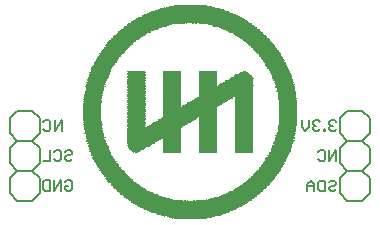
<source format=gbo>
G75*
%MOIN*%
%OFA0B0*%
%FSLAX25Y25*%
%IPPOS*%
%LPD*%
%AMOC8*
5,1,8,0,0,1.08239X$1,22.5*
%
%ADD10C,0.00500*%
%ADD11C,0.00600*%
%ADD12R,0.00250X0.00250*%
%ADD13R,0.06000X0.00250*%
%ADD14R,0.10500X0.00250*%
%ADD15R,0.13750X0.00250*%
%ADD16R,0.16250X0.00250*%
%ADD17R,0.18250X0.00250*%
%ADD18R,0.20250X0.00250*%
%ADD19R,0.21750X0.00250*%
%ADD20R,0.23250X0.00250*%
%ADD21R,0.24500X0.00250*%
%ADD22R,0.26000X0.00250*%
%ADD23R,0.27000X0.00250*%
%ADD24R,0.28500X0.00250*%
%ADD25R,0.30000X0.00250*%
%ADD26R,0.30500X0.00250*%
%ADD27R,0.31500X0.00250*%
%ADD28R,0.33000X0.00250*%
%ADD29R,0.33500X0.00250*%
%ADD30R,0.34500X0.00250*%
%ADD31R,0.35500X0.00250*%
%ADD32R,0.36500X0.00250*%
%ADD33R,0.37000X0.00250*%
%ADD34R,0.38000X0.00250*%
%ADD35R,0.39000X0.00250*%
%ADD36R,0.39500X0.00250*%
%ADD37R,0.17750X0.00250*%
%ADD38R,0.00500X0.00250*%
%ADD39R,0.17500X0.00250*%
%ADD40R,0.15750X0.00250*%
%ADD41R,0.16000X0.00250*%
%ADD42R,0.14750X0.00250*%
%ADD43R,0.14500X0.00250*%
%ADD44R,0.13500X0.00250*%
%ADD45R,0.12750X0.00250*%
%ADD46R,0.13250X0.00250*%
%ADD47R,0.12250X0.00250*%
%ADD48R,0.11750X0.00250*%
%ADD49R,0.11500X0.00250*%
%ADD50R,0.11000X0.00250*%
%ADD51R,0.11250X0.00250*%
%ADD52R,0.10750X0.00250*%
%ADD53R,0.10250X0.00250*%
%ADD54R,0.10000X0.00250*%
%ADD55R,0.09750X0.00250*%
%ADD56R,0.09500X0.00250*%
%ADD57R,0.09250X0.00250*%
%ADD58R,0.09000X0.00250*%
%ADD59R,0.08750X0.00250*%
%ADD60R,0.08500X0.00250*%
%ADD61R,0.08250X0.00250*%
%ADD62R,0.08000X0.00250*%
%ADD63R,0.07750X0.00250*%
%ADD64R,0.07500X0.00250*%
%ADD65R,0.07250X0.00250*%
%ADD66R,0.07000X0.00250*%
%ADD67R,0.06750X0.00250*%
%ADD68R,0.06500X0.00250*%
%ADD69R,0.02750X0.00250*%
%ADD70R,0.06250X0.00250*%
%ADD71R,0.03500X0.00250*%
%ADD72R,0.04250X0.00250*%
%ADD73R,0.05000X0.00250*%
%ADD74R,0.05500X0.00250*%
%ADD75R,0.18000X0.00250*%
%ADD76R,0.12000X0.00250*%
%ADD77R,0.12500X0.00250*%
%ADD78R,0.05750X0.00250*%
%ADD79R,0.00750X0.00250*%
%ADD80R,0.13000X0.00250*%
%ADD81R,0.14250X0.00250*%
%ADD82R,0.15000X0.00250*%
%ADD83R,0.35750X0.00250*%
%ADD84R,0.33750X0.00250*%
%ADD85R,0.32750X0.00250*%
%ADD86R,0.31750X0.00250*%
%ADD87R,0.29500X0.00250*%
%ADD88R,0.24750X0.00250*%
D10*
X0023364Y0025089D02*
X0022780Y0025673D01*
X0022780Y0028009D01*
X0023364Y0028592D01*
X0025115Y0028592D01*
X0025115Y0025089D01*
X0023364Y0025089D01*
X0026463Y0025089D02*
X0026463Y0028592D01*
X0028798Y0028592D02*
X0026463Y0025089D01*
X0028798Y0025089D02*
X0028798Y0028592D01*
X0030146Y0028009D02*
X0030730Y0028592D01*
X0031898Y0028592D01*
X0032481Y0028009D01*
X0032481Y0025673D01*
X0031898Y0025089D01*
X0030730Y0025089D01*
X0030146Y0025673D01*
X0030146Y0026841D01*
X0031314Y0026841D01*
X0030730Y0035168D02*
X0031898Y0035168D01*
X0032481Y0035752D01*
X0031898Y0036920D02*
X0030730Y0036920D01*
X0030146Y0036336D01*
X0030146Y0035752D01*
X0030730Y0035168D01*
X0028798Y0035752D02*
X0028214Y0035168D01*
X0027047Y0035168D01*
X0026463Y0035752D01*
X0025115Y0035168D02*
X0022780Y0035168D01*
X0025115Y0035168D02*
X0025115Y0038671D01*
X0026463Y0038087D02*
X0027047Y0038671D01*
X0028214Y0038671D01*
X0028798Y0038087D01*
X0028798Y0035752D01*
X0030146Y0038087D02*
X0030730Y0038671D01*
X0031898Y0038671D01*
X0032481Y0038087D01*
X0032481Y0037503D01*
X0031898Y0036920D01*
X0028995Y0045129D02*
X0028995Y0048632D01*
X0026660Y0045129D01*
X0026660Y0048632D01*
X0025312Y0048048D02*
X0025312Y0045713D01*
X0024728Y0045129D01*
X0023560Y0045129D01*
X0022977Y0045713D01*
X0022977Y0048048D02*
X0023560Y0048632D01*
X0024728Y0048632D01*
X0025312Y0048048D01*
X0109101Y0048592D02*
X0109101Y0046257D01*
X0110269Y0045089D01*
X0111437Y0046257D01*
X0111437Y0048592D01*
X0112784Y0048009D02*
X0112784Y0047425D01*
X0113368Y0046841D01*
X0112784Y0046257D01*
X0112784Y0045673D01*
X0113368Y0045089D01*
X0114536Y0045089D01*
X0115120Y0045673D01*
X0116378Y0045673D02*
X0116378Y0045089D01*
X0116961Y0045089D01*
X0116961Y0045673D01*
X0116378Y0045673D01*
X0118309Y0045673D02*
X0118893Y0045089D01*
X0120061Y0045089D01*
X0120644Y0045673D01*
X0119477Y0046841D02*
X0118893Y0046841D01*
X0118309Y0046257D01*
X0118309Y0045673D01*
X0118893Y0046841D02*
X0118309Y0047425D01*
X0118309Y0048009D01*
X0118893Y0048592D01*
X0120061Y0048592D01*
X0120644Y0048009D01*
X0115120Y0048009D02*
X0114536Y0048592D01*
X0113368Y0048592D01*
X0112784Y0048009D01*
X0113368Y0046841D02*
X0113952Y0046841D01*
X0115210Y0038592D02*
X0116378Y0038592D01*
X0116961Y0038009D01*
X0116961Y0035673D01*
X0116378Y0035089D01*
X0115210Y0035089D01*
X0114626Y0035673D01*
X0114626Y0038009D02*
X0115210Y0038592D01*
X0118309Y0038592D02*
X0118309Y0035089D01*
X0120644Y0038592D01*
X0120644Y0035089D01*
X0119982Y0028514D02*
X0118814Y0028514D01*
X0118230Y0027930D01*
X0118814Y0026762D02*
X0118230Y0026178D01*
X0118230Y0025594D01*
X0118814Y0025011D01*
X0119982Y0025011D01*
X0120566Y0025594D01*
X0119982Y0026762D02*
X0118814Y0026762D01*
X0119982Y0026762D02*
X0120566Y0027346D01*
X0120566Y0027930D01*
X0119982Y0028514D01*
X0116883Y0028514D02*
X0115131Y0028514D01*
X0114547Y0027930D01*
X0114547Y0025594D01*
X0115131Y0025011D01*
X0116883Y0025011D01*
X0116883Y0028514D01*
X0113199Y0027346D02*
X0113199Y0025011D01*
X0113199Y0026762D02*
X0110864Y0026762D01*
X0110864Y0027346D02*
X0110864Y0025011D01*
X0110864Y0027346D02*
X0112032Y0028514D01*
X0113199Y0027346D01*
D11*
X0014300Y0021800D02*
X0011800Y0024300D01*
X0011800Y0029300D01*
X0014300Y0031800D01*
X0011800Y0034300D01*
X0011800Y0039300D01*
X0014300Y0041800D01*
X0011800Y0044300D01*
X0011800Y0049300D01*
X0014300Y0051800D01*
X0019300Y0051800D01*
X0021800Y0049300D01*
X0021800Y0044300D01*
X0019300Y0041800D01*
X0014300Y0041800D01*
X0019300Y0041800D02*
X0021800Y0039300D01*
X0021800Y0034300D01*
X0019300Y0031800D01*
X0014300Y0031800D01*
X0019300Y0031800D02*
X0021800Y0029300D01*
X0021800Y0024300D01*
X0019300Y0021800D01*
X0014300Y0021800D01*
X0121800Y0024300D02*
X0124300Y0021800D01*
X0129300Y0021800D01*
X0131800Y0024300D01*
X0131800Y0029300D01*
X0129300Y0031800D01*
X0131800Y0034300D01*
X0131800Y0039300D01*
X0129300Y0041800D01*
X0131800Y0044300D01*
X0131800Y0049300D01*
X0129300Y0051800D01*
X0124300Y0051800D01*
X0121800Y0049300D01*
X0121800Y0044300D01*
X0124300Y0041800D01*
X0121800Y0039300D01*
X0121800Y0034300D01*
X0124300Y0031800D01*
X0121800Y0029300D01*
X0121800Y0024300D01*
X0124300Y0031800D02*
X0129300Y0031800D01*
X0129300Y0041800D02*
X0124300Y0041800D01*
D12*
X0090509Y0064658D03*
X0076259Y0080658D03*
X0075759Y0080658D03*
X0074259Y0080908D03*
X0073759Y0080908D03*
X0073259Y0080908D03*
X0072759Y0080908D03*
X0070759Y0080908D03*
X0070259Y0080908D03*
X0069759Y0080908D03*
X0067509Y0080658D03*
X0063259Y0079658D03*
X0063509Y0086158D03*
X0068009Y0086908D03*
X0068509Y0086908D03*
X0075259Y0086908D03*
X0075759Y0086908D03*
X0077509Y0086658D03*
X0079009Y0086408D03*
X0080259Y0086158D03*
X0081259Y0085908D03*
X0054509Y0037908D03*
X0053259Y0037908D03*
X0066259Y0022158D03*
X0069509Y0021658D03*
X0071009Y0021658D03*
X0073009Y0021658D03*
X0073509Y0021658D03*
X0074009Y0021658D03*
X0076259Y0021908D03*
X0077509Y0022158D03*
X0080509Y0022908D03*
X0079009Y0016158D03*
X0077509Y0015908D03*
X0076009Y0015658D03*
X0075509Y0015658D03*
X0068009Y0015658D03*
X0066259Y0015908D03*
X0063509Y0016408D03*
D13*
X0071884Y0015658D03*
X0077884Y0037908D03*
X0077884Y0038158D03*
X0077884Y0038408D03*
X0077884Y0038658D03*
X0077884Y0038908D03*
X0077884Y0039158D03*
X0077884Y0039408D03*
X0077884Y0039658D03*
X0077884Y0039908D03*
X0077884Y0040158D03*
X0077884Y0040408D03*
X0077884Y0040658D03*
X0077884Y0040908D03*
X0077884Y0041158D03*
X0077884Y0041408D03*
X0077884Y0041658D03*
X0077884Y0041908D03*
X0077884Y0042158D03*
X0077884Y0042408D03*
X0077884Y0042658D03*
X0077884Y0042908D03*
X0077884Y0043158D03*
X0077884Y0043408D03*
X0077884Y0043658D03*
X0077884Y0043908D03*
X0077884Y0044158D03*
X0077884Y0044408D03*
X0077884Y0044658D03*
X0077884Y0044908D03*
X0077884Y0045158D03*
X0077884Y0045408D03*
X0077884Y0045658D03*
X0077884Y0045908D03*
X0077884Y0046158D03*
X0077884Y0046408D03*
X0077884Y0046658D03*
X0077884Y0046908D03*
X0077884Y0047158D03*
X0077884Y0047408D03*
X0077884Y0047658D03*
X0077884Y0047908D03*
X0077884Y0048158D03*
X0077884Y0048408D03*
X0077884Y0048658D03*
X0077884Y0048908D03*
X0077884Y0049158D03*
X0077884Y0049408D03*
X0089884Y0049158D03*
X0089884Y0048658D03*
X0089884Y0048158D03*
X0089884Y0047658D03*
X0089884Y0047158D03*
X0089884Y0046908D03*
X0089884Y0046408D03*
X0089884Y0045658D03*
X0089884Y0045158D03*
X0089884Y0044658D03*
X0089884Y0044158D03*
X0089884Y0043908D03*
X0089884Y0043408D03*
X0089884Y0042908D03*
X0089884Y0042408D03*
X0089884Y0041658D03*
X0089884Y0041158D03*
X0089884Y0040658D03*
X0089884Y0040158D03*
X0089884Y0039908D03*
X0089884Y0039408D03*
X0089884Y0038658D03*
X0089884Y0038158D03*
X0089884Y0037908D03*
X0103884Y0044408D03*
X0104134Y0045408D03*
X0104384Y0046908D03*
X0104384Y0047408D03*
X0104384Y0047658D03*
X0104384Y0048158D03*
X0104634Y0048908D03*
X0104634Y0049408D03*
X0104634Y0049908D03*
X0104634Y0050408D03*
X0104634Y0050658D03*
X0104634Y0050908D03*
X0104634Y0051158D03*
X0104634Y0051408D03*
X0104634Y0051658D03*
X0104634Y0051908D03*
X0104634Y0052408D03*
X0104634Y0052908D03*
X0104634Y0053408D03*
X0104634Y0053908D03*
X0104384Y0054408D03*
X0104384Y0054908D03*
X0104384Y0055908D03*
X0104134Y0056908D03*
X0104134Y0057158D03*
X0089884Y0056158D03*
X0089884Y0055658D03*
X0089884Y0055158D03*
X0089884Y0054658D03*
X0089884Y0054158D03*
X0089884Y0053908D03*
X0089884Y0053408D03*
X0089884Y0052658D03*
X0089884Y0052158D03*
X0089884Y0051658D03*
X0089884Y0051158D03*
X0089884Y0050658D03*
X0089884Y0050158D03*
X0089884Y0049658D03*
X0077884Y0060158D03*
X0077884Y0060408D03*
X0077884Y0060658D03*
X0077884Y0060908D03*
X0077884Y0061158D03*
X0077884Y0061408D03*
X0077884Y0061658D03*
X0077884Y0061908D03*
X0077884Y0062158D03*
X0077884Y0062408D03*
X0077884Y0062658D03*
X0077884Y0062908D03*
X0077884Y0063158D03*
X0077884Y0063408D03*
X0077884Y0063658D03*
X0077884Y0063908D03*
X0077884Y0064158D03*
X0077884Y0064408D03*
X0077884Y0064658D03*
X0065884Y0064658D03*
X0065884Y0064408D03*
X0065884Y0064158D03*
X0065884Y0063908D03*
X0065884Y0063658D03*
X0065884Y0063408D03*
X0065884Y0063158D03*
X0065884Y0062908D03*
X0065884Y0062658D03*
X0065884Y0062408D03*
X0065884Y0062158D03*
X0065884Y0061908D03*
X0065884Y0061658D03*
X0065884Y0061408D03*
X0065884Y0061158D03*
X0065884Y0060908D03*
X0065884Y0060658D03*
X0065884Y0060408D03*
X0065884Y0060158D03*
X0065884Y0059908D03*
X0065884Y0059658D03*
X0065884Y0059408D03*
X0065884Y0059158D03*
X0065884Y0058908D03*
X0065884Y0058658D03*
X0065884Y0058408D03*
X0065884Y0058158D03*
X0065884Y0057908D03*
X0065884Y0057658D03*
X0065884Y0057408D03*
X0065884Y0057158D03*
X0065884Y0056908D03*
X0065884Y0056658D03*
X0065884Y0056408D03*
X0065884Y0056158D03*
X0065884Y0055908D03*
X0065884Y0055658D03*
X0065884Y0055408D03*
X0065884Y0055158D03*
X0065884Y0054908D03*
X0065884Y0054658D03*
X0065884Y0054408D03*
X0065884Y0054158D03*
X0065884Y0053908D03*
X0065884Y0053658D03*
X0065884Y0053408D03*
X0065884Y0053158D03*
X0053884Y0053158D03*
X0053884Y0052658D03*
X0053884Y0052408D03*
X0053884Y0051908D03*
X0053884Y0051158D03*
X0053884Y0050908D03*
X0053884Y0050408D03*
X0053884Y0049908D03*
X0053884Y0049408D03*
X0053884Y0048908D03*
X0053884Y0048408D03*
X0053884Y0048158D03*
X0053884Y0047908D03*
X0053884Y0047158D03*
X0053884Y0046658D03*
X0053884Y0046408D03*
X0053884Y0053908D03*
X0053884Y0054408D03*
X0053884Y0054658D03*
X0053884Y0055158D03*
X0053884Y0055908D03*
X0053884Y0056408D03*
X0053884Y0056658D03*
X0053884Y0057158D03*
X0053884Y0057908D03*
X0053884Y0058408D03*
X0053884Y0058658D03*
X0053884Y0059408D03*
X0053884Y0059908D03*
X0053884Y0060408D03*
X0053884Y0060908D03*
X0053884Y0061158D03*
X0053884Y0061408D03*
X0053884Y0061908D03*
X0053884Y0062158D03*
X0053884Y0062908D03*
X0053884Y0063158D03*
X0053884Y0063908D03*
X0053884Y0064158D03*
X0053884Y0064658D03*
X0039634Y0057158D03*
X0039384Y0055908D03*
X0039384Y0055158D03*
X0039384Y0054908D03*
X0039384Y0054408D03*
X0039134Y0053658D03*
X0039134Y0053408D03*
X0039134Y0052908D03*
X0039134Y0052158D03*
X0039134Y0051908D03*
X0039134Y0051658D03*
X0039134Y0051408D03*
X0039134Y0051158D03*
X0039134Y0050908D03*
X0039134Y0050658D03*
X0039134Y0050408D03*
X0039134Y0049658D03*
X0039134Y0049408D03*
X0039134Y0048908D03*
X0039384Y0048158D03*
X0039384Y0047658D03*
X0039384Y0047408D03*
X0039384Y0046908D03*
X0039884Y0044408D03*
X0065884Y0042408D03*
X0065884Y0042158D03*
X0065884Y0041908D03*
X0065884Y0041658D03*
X0065884Y0041408D03*
X0065884Y0041158D03*
X0065884Y0040908D03*
X0065884Y0040658D03*
X0065884Y0040408D03*
X0065884Y0040158D03*
X0065884Y0039908D03*
X0065884Y0039658D03*
X0065884Y0039408D03*
X0065884Y0039158D03*
X0065884Y0038908D03*
X0065884Y0038658D03*
X0065884Y0038408D03*
X0065884Y0038158D03*
X0065884Y0037908D03*
X0071884Y0086908D03*
D14*
X0090884Y0077658D03*
X0087634Y0060908D03*
X0056134Y0041658D03*
X0052884Y0024908D03*
X0071884Y0015908D03*
X0090884Y0024908D03*
D15*
X0071759Y0016158D03*
X0057259Y0079908D03*
X0071759Y0086408D03*
X0086509Y0079908D03*
D16*
X0072009Y0016408D03*
D17*
X0072009Y0016658D03*
X0060009Y0046158D03*
X0083759Y0056408D03*
D18*
X0071759Y0085658D03*
X0072009Y0016908D03*
D19*
X0071759Y0017158D03*
X0072009Y0085408D03*
D20*
X0071759Y0085158D03*
X0072009Y0017408D03*
D21*
X0071884Y0017658D03*
D22*
X0071884Y0017908D03*
X0071884Y0084658D03*
D23*
X0071884Y0084408D03*
X0071884Y0018158D03*
D24*
X0071884Y0018408D03*
X0071884Y0084158D03*
D25*
X0071884Y0018658D03*
D26*
X0071884Y0018908D03*
X0071884Y0083658D03*
D27*
X0071884Y0019158D03*
D28*
X0071884Y0019408D03*
D29*
X0071884Y0019658D03*
D30*
X0071884Y0019908D03*
X0071884Y0082658D03*
D31*
X0071884Y0020158D03*
D32*
X0071884Y0020408D03*
X0071884Y0082158D03*
D33*
X0071884Y0081908D03*
X0071884Y0020658D03*
D34*
X0071884Y0020908D03*
X0071884Y0081658D03*
D35*
X0071884Y0081408D03*
X0071884Y0021158D03*
D36*
X0071884Y0021408D03*
X0071884Y0081158D03*
D37*
X0060509Y0080908D03*
X0083259Y0021658D03*
D38*
X0070134Y0021658D03*
X0053884Y0037908D03*
D39*
X0060384Y0021658D03*
X0083384Y0080908D03*
D40*
X0084509Y0080658D03*
X0059259Y0080658D03*
X0084509Y0021908D03*
D41*
X0059384Y0021908D03*
X0071884Y0086158D03*
D42*
X0085259Y0080408D03*
X0085259Y0022158D03*
X0058509Y0022158D03*
D43*
X0057884Y0022408D03*
X0085884Y0022408D03*
D44*
X0086634Y0022658D03*
X0057134Y0022658D03*
D45*
X0056009Y0023158D03*
X0087259Y0022908D03*
X0087759Y0023158D03*
X0056009Y0079408D03*
D46*
X0056509Y0022908D03*
D47*
X0055509Y0023408D03*
X0063509Y0046408D03*
X0064009Y0046658D03*
X0064259Y0046908D03*
X0064759Y0047158D03*
X0065259Y0047408D03*
X0065509Y0047658D03*
X0066009Y0047908D03*
X0066509Y0048158D03*
X0067009Y0048408D03*
X0067259Y0048658D03*
X0067759Y0048908D03*
X0068259Y0049158D03*
X0068509Y0049408D03*
X0076009Y0053658D03*
X0076509Y0053908D03*
X0076759Y0054158D03*
X0077759Y0054658D03*
X0078259Y0054908D03*
X0078509Y0055158D03*
X0079009Y0055408D03*
X0079509Y0055658D03*
X0080009Y0055908D03*
X0080259Y0056158D03*
X0088259Y0079158D03*
X0055509Y0079158D03*
X0088259Y0023408D03*
D48*
X0088759Y0023658D03*
X0056759Y0042408D03*
X0054509Y0023908D03*
X0055009Y0023658D03*
X0087009Y0060158D03*
X0089259Y0078658D03*
X0088759Y0078908D03*
X0055009Y0078908D03*
D49*
X0054634Y0078658D03*
X0089634Y0078408D03*
X0089634Y0024158D03*
X0089134Y0023908D03*
X0054134Y0024158D03*
D50*
X0090134Y0024408D03*
X0090384Y0024658D03*
X0087384Y0060658D03*
X0090384Y0077908D03*
X0090134Y0078158D03*
X0053634Y0078158D03*
X0053384Y0077908D03*
D51*
X0054009Y0078408D03*
X0087259Y0060408D03*
X0056509Y0042158D03*
X0053759Y0024408D03*
D52*
X0053259Y0024658D03*
X0056259Y0041908D03*
X0053009Y0077658D03*
X0071759Y0086658D03*
D53*
X0052509Y0077408D03*
X0052259Y0077158D03*
X0091259Y0077408D03*
X0091509Y0077158D03*
X0091509Y0025408D03*
X0091259Y0025158D03*
X0052509Y0025158D03*
X0052259Y0025408D03*
D54*
X0051884Y0025658D03*
X0055884Y0041408D03*
X0087884Y0061158D03*
X0091884Y0076908D03*
X0051884Y0076908D03*
X0091884Y0025658D03*
D55*
X0092259Y0025908D03*
X0092509Y0026158D03*
X0051509Y0025908D03*
X0051259Y0026158D03*
X0051259Y0076408D03*
X0051509Y0076658D03*
X0092259Y0076658D03*
X0092509Y0076408D03*
D56*
X0092884Y0076158D03*
X0093134Y0075908D03*
X0088134Y0061408D03*
X0055634Y0041158D03*
X0050634Y0026658D03*
X0050884Y0026408D03*
X0092884Y0026408D03*
X0093134Y0026658D03*
X0050634Y0075908D03*
X0050884Y0076158D03*
D57*
X0050259Y0075658D03*
X0050009Y0075408D03*
X0088259Y0061658D03*
X0093759Y0075408D03*
X0093509Y0075658D03*
X0055509Y0040908D03*
X0050009Y0027158D03*
X0050259Y0026908D03*
X0093509Y0026908D03*
X0093759Y0027158D03*
D58*
X0094134Y0027408D03*
X0094384Y0027658D03*
X0094634Y0027908D03*
X0049384Y0027658D03*
X0049134Y0027908D03*
X0048884Y0028158D03*
X0048884Y0074408D03*
X0049134Y0074658D03*
X0049384Y0074908D03*
X0049634Y0075158D03*
X0094134Y0075158D03*
X0094384Y0074908D03*
X0094634Y0074658D03*
D59*
X0094759Y0074408D03*
X0088509Y0061908D03*
X0055259Y0040658D03*
X0049759Y0027408D03*
X0094759Y0028158D03*
D60*
X0095134Y0028408D03*
X0095384Y0028658D03*
X0095634Y0028908D03*
X0095884Y0029158D03*
X0048634Y0028408D03*
X0048384Y0028658D03*
X0048134Y0028908D03*
X0047884Y0029158D03*
X0047884Y0073408D03*
X0048134Y0073658D03*
X0048384Y0073908D03*
X0048634Y0074158D03*
X0095134Y0074158D03*
X0095384Y0073908D03*
X0095634Y0073658D03*
X0095884Y0073408D03*
D61*
X0096009Y0073158D03*
X0096259Y0072908D03*
X0096759Y0072408D03*
X0088759Y0062158D03*
X0055009Y0040408D03*
X0046759Y0030408D03*
X0047259Y0029908D03*
X0047509Y0029658D03*
X0047759Y0029408D03*
X0096009Y0029408D03*
X0096259Y0029658D03*
X0096509Y0029908D03*
X0047009Y0072408D03*
X0047259Y0072658D03*
X0047509Y0072908D03*
X0047759Y0073158D03*
D62*
X0046884Y0072158D03*
X0046634Y0071908D03*
X0046384Y0071658D03*
X0096634Y0072658D03*
X0096884Y0072158D03*
X0097134Y0071908D03*
X0097384Y0071658D03*
X0097634Y0071408D03*
X0097634Y0031158D03*
X0097384Y0030908D03*
X0097134Y0030658D03*
X0096884Y0030408D03*
X0096884Y0030158D03*
X0047134Y0030158D03*
X0046634Y0030658D03*
X0046384Y0030908D03*
X0046134Y0031158D03*
D63*
X0046009Y0031408D03*
X0045759Y0031658D03*
X0045509Y0031908D03*
X0054759Y0040158D03*
X0089009Y0062408D03*
X0097759Y0071158D03*
X0098009Y0070908D03*
X0098259Y0070658D03*
X0046009Y0071158D03*
X0046009Y0071408D03*
X0045759Y0070908D03*
X0045509Y0070658D03*
X0097759Y0031408D03*
X0098009Y0031658D03*
X0098259Y0031908D03*
D64*
X0098384Y0032158D03*
X0098634Y0032408D03*
X0098634Y0032658D03*
X0098884Y0032908D03*
X0099134Y0033158D03*
X0089134Y0062658D03*
X0098634Y0069908D03*
X0098634Y0070158D03*
X0098384Y0070408D03*
X0098884Y0069658D03*
X0099134Y0069408D03*
X0045384Y0070408D03*
X0045134Y0070158D03*
X0045134Y0069908D03*
X0044884Y0069658D03*
X0044634Y0069408D03*
X0044384Y0033658D03*
X0044634Y0033158D03*
X0044884Y0032908D03*
X0045134Y0032658D03*
X0045134Y0032408D03*
X0045384Y0032158D03*
D65*
X0044509Y0033408D03*
X0044259Y0033908D03*
X0044009Y0034158D03*
X0043759Y0034658D03*
X0043259Y0035408D03*
X0054759Y0039908D03*
X0043759Y0067908D03*
X0043759Y0068158D03*
X0044009Y0068408D03*
X0044259Y0068658D03*
X0044259Y0068908D03*
X0044509Y0069158D03*
X0099259Y0069158D03*
X0099509Y0068908D03*
X0099509Y0068658D03*
X0099759Y0068408D03*
X0100009Y0067908D03*
X0100259Y0067658D03*
X0100009Y0034658D03*
X0099759Y0034158D03*
X0099509Y0033908D03*
X0099509Y0033658D03*
X0099259Y0033408D03*
D66*
X0099884Y0034408D03*
X0100134Y0034908D03*
X0100384Y0035158D03*
X0100384Y0035408D03*
X0100634Y0035658D03*
X0100884Y0035908D03*
X0100884Y0036158D03*
X0101134Y0036658D03*
X0101134Y0065908D03*
X0101134Y0066158D03*
X0100884Y0066408D03*
X0100634Y0066908D03*
X0100384Y0067158D03*
X0100384Y0067408D03*
X0099884Y0068158D03*
X0043634Y0067658D03*
X0043384Y0067408D03*
X0043384Y0067158D03*
X0043134Y0066908D03*
X0042884Y0066408D03*
X0042634Y0066158D03*
X0042634Y0065908D03*
X0041884Y0064408D03*
X0041884Y0038158D03*
X0042634Y0036658D03*
X0042884Y0036158D03*
X0042884Y0035908D03*
X0043134Y0035658D03*
X0043384Y0035158D03*
X0043634Y0034908D03*
X0043884Y0034408D03*
D67*
X0042759Y0036408D03*
X0042509Y0036908D03*
X0042259Y0037158D03*
X0042259Y0037408D03*
X0042009Y0037908D03*
X0041759Y0038408D03*
X0054509Y0039658D03*
X0041759Y0063908D03*
X0041759Y0064158D03*
X0042009Y0064658D03*
X0042259Y0065158D03*
X0042259Y0065408D03*
X0042509Y0065658D03*
X0043009Y0066658D03*
X0089259Y0062908D03*
X0100759Y0066658D03*
X0101259Y0065658D03*
X0101509Y0065408D03*
X0101509Y0065158D03*
X0101759Y0064908D03*
X0101759Y0064658D03*
X0101759Y0064408D03*
X0102009Y0064158D03*
X0102509Y0039658D03*
X0102259Y0039158D03*
X0102009Y0038408D03*
X0102009Y0038158D03*
X0101759Y0037908D03*
X0101509Y0037658D03*
X0101509Y0037408D03*
X0101259Y0036908D03*
X0101009Y0036408D03*
D68*
X0101384Y0037158D03*
X0102134Y0038658D03*
X0102134Y0038908D03*
X0102384Y0039408D03*
X0102634Y0039908D03*
X0102634Y0040158D03*
X0102884Y0040658D03*
X0102884Y0040908D03*
X0102884Y0041158D03*
X0103134Y0041408D03*
X0103384Y0041908D03*
X0103384Y0042408D03*
X0103634Y0042908D03*
X0103634Y0043408D03*
X0103884Y0044158D03*
X0103884Y0058158D03*
X0103634Y0059408D03*
X0103384Y0059908D03*
X0103384Y0060408D03*
X0103134Y0061158D03*
X0102884Y0061658D03*
X0102884Y0061908D03*
X0102884Y0062158D03*
X0102634Y0062408D03*
X0102634Y0062658D03*
X0102384Y0062908D03*
X0102384Y0063158D03*
X0102384Y0063408D03*
X0102134Y0063658D03*
X0102134Y0063908D03*
X0042134Y0064908D03*
X0041634Y0063658D03*
X0041384Y0063408D03*
X0041384Y0063158D03*
X0041384Y0062908D03*
X0041134Y0062658D03*
X0041134Y0062408D03*
X0040884Y0062158D03*
X0040884Y0061908D03*
X0040884Y0061658D03*
X0040634Y0061158D03*
X0040384Y0060408D03*
X0040384Y0059908D03*
X0040134Y0059658D03*
X0039384Y0047158D03*
X0039884Y0044158D03*
X0040384Y0042658D03*
X0040384Y0041908D03*
X0040634Y0041658D03*
X0040634Y0041408D03*
X0040884Y0040908D03*
X0040884Y0040658D03*
X0041134Y0040158D03*
X0041134Y0039908D03*
X0041384Y0039658D03*
X0041384Y0039408D03*
X0041384Y0039158D03*
X0041634Y0038908D03*
X0041634Y0038658D03*
X0042134Y0037658D03*
D69*
X0053759Y0038158D03*
X0089759Y0064408D03*
D70*
X0089509Y0063158D03*
X0089759Y0055908D03*
X0089759Y0055408D03*
X0089759Y0054908D03*
X0089759Y0054408D03*
X0089759Y0053658D03*
X0089759Y0053158D03*
X0089759Y0052908D03*
X0089759Y0052408D03*
X0089759Y0051908D03*
X0089759Y0051408D03*
X0089759Y0050908D03*
X0089759Y0050408D03*
X0089759Y0049908D03*
X0089759Y0049408D03*
X0089759Y0048908D03*
X0089759Y0048408D03*
X0089759Y0047908D03*
X0089759Y0047408D03*
X0089759Y0046658D03*
X0089759Y0046158D03*
X0089759Y0045908D03*
X0089759Y0045408D03*
X0089759Y0044908D03*
X0089759Y0044408D03*
X0089759Y0043658D03*
X0089759Y0043158D03*
X0089759Y0042658D03*
X0089759Y0042158D03*
X0089759Y0041908D03*
X0089759Y0041408D03*
X0089759Y0040908D03*
X0089759Y0040408D03*
X0089759Y0039658D03*
X0089759Y0039158D03*
X0089759Y0038908D03*
X0089759Y0038408D03*
X0102759Y0040408D03*
X0103259Y0041658D03*
X0103259Y0042158D03*
X0103509Y0042658D03*
X0103509Y0043158D03*
X0103759Y0043658D03*
X0103759Y0043908D03*
X0104009Y0044658D03*
X0104009Y0044908D03*
X0104009Y0045158D03*
X0104009Y0045658D03*
X0104259Y0045908D03*
X0104259Y0046158D03*
X0104259Y0046408D03*
X0104259Y0046658D03*
X0104509Y0047158D03*
X0104509Y0047908D03*
X0104509Y0048408D03*
X0104509Y0048658D03*
X0104509Y0049158D03*
X0104509Y0049658D03*
X0104509Y0050158D03*
X0104509Y0052158D03*
X0104509Y0052658D03*
X0104509Y0053158D03*
X0104509Y0053658D03*
X0104509Y0054158D03*
X0104509Y0054658D03*
X0104509Y0055158D03*
X0104259Y0055408D03*
X0104259Y0055658D03*
X0104259Y0056158D03*
X0104259Y0056408D03*
X0104259Y0056658D03*
X0104009Y0057408D03*
X0104009Y0057658D03*
X0104009Y0057908D03*
X0103759Y0058408D03*
X0103759Y0058658D03*
X0103759Y0058908D03*
X0103759Y0059158D03*
X0103509Y0059658D03*
X0103509Y0060158D03*
X0103259Y0060658D03*
X0103259Y0060908D03*
X0103009Y0061408D03*
X0054009Y0061658D03*
X0054009Y0062408D03*
X0054009Y0062658D03*
X0054009Y0063408D03*
X0054009Y0063658D03*
X0054009Y0064408D03*
X0054009Y0060658D03*
X0054009Y0060158D03*
X0054009Y0059658D03*
X0054009Y0059158D03*
X0054009Y0058908D03*
X0054009Y0058158D03*
X0054009Y0057658D03*
X0054009Y0057408D03*
X0054009Y0056908D03*
X0054009Y0056158D03*
X0054009Y0055658D03*
X0054009Y0055408D03*
X0054009Y0054908D03*
X0054009Y0054158D03*
X0054009Y0053658D03*
X0054009Y0053408D03*
X0054009Y0052908D03*
X0054009Y0052158D03*
X0054009Y0051658D03*
X0054009Y0051408D03*
X0054009Y0050658D03*
X0054009Y0050158D03*
X0054009Y0049658D03*
X0054009Y0049158D03*
X0054009Y0048658D03*
X0054009Y0047658D03*
X0054009Y0047408D03*
X0054009Y0046908D03*
X0054259Y0039408D03*
X0041009Y0040408D03*
X0040759Y0041158D03*
X0040509Y0042158D03*
X0040259Y0042408D03*
X0040259Y0042908D03*
X0040259Y0043158D03*
X0040009Y0043408D03*
X0040009Y0043658D03*
X0040009Y0043908D03*
X0039759Y0044658D03*
X0039759Y0044908D03*
X0039759Y0045158D03*
X0039509Y0045408D03*
X0039759Y0045658D03*
X0039509Y0045908D03*
X0039509Y0046158D03*
X0039509Y0046408D03*
X0039509Y0046658D03*
X0039259Y0047908D03*
X0039259Y0048408D03*
X0039259Y0048658D03*
X0039259Y0049158D03*
X0039259Y0049908D03*
X0039259Y0050158D03*
X0039259Y0052408D03*
X0039259Y0052658D03*
X0039259Y0053158D03*
X0039259Y0053908D03*
X0039259Y0054158D03*
X0039259Y0054658D03*
X0039259Y0055408D03*
X0039509Y0055658D03*
X0039509Y0056158D03*
X0039509Y0056408D03*
X0039509Y0056658D03*
X0039759Y0056908D03*
X0039759Y0057408D03*
X0039759Y0057658D03*
X0039759Y0057908D03*
X0039759Y0058158D03*
X0040009Y0058408D03*
X0040009Y0058658D03*
X0040009Y0058908D03*
X0040009Y0059158D03*
X0040259Y0059408D03*
X0040259Y0060158D03*
X0040509Y0060658D03*
X0040509Y0060908D03*
X0040759Y0061408D03*
D71*
X0053884Y0038408D03*
X0089884Y0064158D03*
D72*
X0089759Y0063908D03*
X0054009Y0038658D03*
D73*
X0054134Y0038908D03*
X0089634Y0063658D03*
D74*
X0054134Y0039158D03*
D75*
X0059884Y0042658D03*
X0059884Y0042908D03*
X0059884Y0043158D03*
X0059884Y0043408D03*
X0059884Y0043658D03*
X0059884Y0043908D03*
X0059884Y0044158D03*
X0059884Y0044408D03*
X0059884Y0044658D03*
X0059884Y0044908D03*
X0059884Y0045158D03*
X0059884Y0045408D03*
X0059884Y0045658D03*
X0059884Y0045908D03*
X0071884Y0049658D03*
X0071884Y0049908D03*
X0071884Y0050158D03*
X0071884Y0050408D03*
X0071884Y0050658D03*
X0071884Y0050908D03*
X0071884Y0051158D03*
X0071884Y0051408D03*
X0071884Y0051658D03*
X0071884Y0051908D03*
X0071884Y0052158D03*
X0071884Y0052408D03*
X0071884Y0052658D03*
X0071884Y0052908D03*
X0083884Y0056658D03*
X0083884Y0056908D03*
X0083884Y0057158D03*
X0083884Y0057408D03*
X0083884Y0057658D03*
X0083884Y0057908D03*
X0083884Y0058158D03*
X0083884Y0058408D03*
X0083884Y0058658D03*
X0083884Y0058908D03*
X0083884Y0059158D03*
X0083884Y0059408D03*
X0083884Y0059658D03*
X0083884Y0059908D03*
X0071884Y0085908D03*
D76*
X0075134Y0053158D03*
D77*
X0075634Y0053408D03*
X0077134Y0054408D03*
X0087884Y0079408D03*
D78*
X0089509Y0063408D03*
D79*
X0089759Y0064658D03*
D80*
X0087134Y0079658D03*
X0056384Y0079658D03*
D81*
X0057759Y0080158D03*
X0086009Y0080158D03*
D82*
X0058634Y0080408D03*
D83*
X0071759Y0082408D03*
D84*
X0072009Y0082908D03*
D85*
X0072009Y0083158D03*
D86*
X0071759Y0083408D03*
D87*
X0071884Y0083908D03*
D88*
X0071759Y0084908D03*
M02*

</source>
